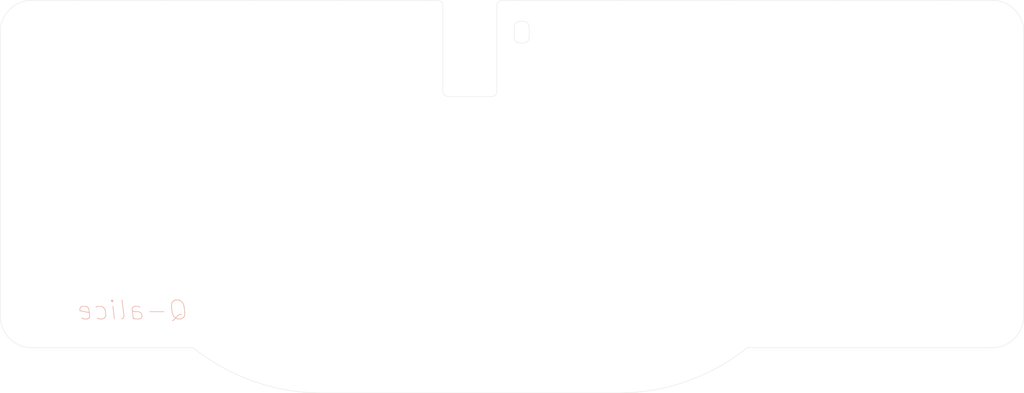
<source format=kicad_pcb>
(kicad_pcb (version 20221018) (generator pcbnew)
  (layers (0 "F.Cu" signal) (31 "B.Cu" signal) (34 "B.Paste" user) (35 "F.Paste" user) (36 "B.SilkS" user "B.Silkscreen") (37 "F.SilkS" user "F.Silkscreen") (38 "B.Mask" user) (39 "F.Mask" user) (44 "Edge.Cuts" user))
  (net 0 "")
  (footprint "kbd_Hole:m2_Screw_Hole" (layer "F.Cu") (at -28.575 140.49375)
    (fp_text reference "Ref**")
    (fp_text value "Val**")
    (pad "" np_thru_hole circle (at 0 0) (size 2.2 2.2) (drill 2.2) (layers "*.Cu" "*.Mask"))
  )
  (footprint "kbd_Hole:m2_Screw_Hole" (layer "F.Cu") (at -28.575 26.19375)
    (fp_text reference "Ref**")
    (fp_text value "Val**")
    (pad "" np_thru_hole circle (at 0 0) (size 2.2 2.2) (drill 2.2) (layers "*.Cu" "*.Mask"))
  )
  (footprint "kbd_Hole:m2_Screw_Hole" (layer "F.Cu") (at 178.59375 26.19375)
    (fp_text reference "Ref**")
    (fp_text value "Val**")
    (pad "" np_thru_hole circle (at 0 0) (size 2.2 2.2) (drill 2.2) (layers "*.Cu" "*.Mask"))
  )
  (footprint "kbd_Hole:m2_Screw_Hole" (layer "F.Cu") (at 97.63125 26.19375)
    (fp_text reference "Ref**")
    (fp_text value "Val**")
    (pad "" np_thru_hole circle (at 0 0) (size 2.2 2.2) (drill 2.2) (layers "*.Cu" "*.Mask"))
  )
  (footprint "kbd_Hole:m2_Screw_Hole" (layer "F.Cu") (at 97.63125 157.1625)
    (fp_text reference "Ref**")
    (fp_text value "Val**")
    (pad "" np_thru_hole circle (at 0 0) (size 2.2 2.2) (drill 2.2) (layers "*.Cu" "*.Mask"))
  )
  (footprint "kbd_Hole:m2_Screw_Hole" (layer "F.Cu") (at 333.375 50.00625)
    (fp_text reference "Ref**")
    (fp_text value "Val**")
    (pad "" np_thru_hole circle (at 0 0) (size 2.2 2.2) (drill 2.2) (layers "*.Cu" "*.Mask"))
  )
  (footprint "kbd_Hole:m2_Screw_Hole" (layer "F.Cu") (at 333.375 26.19375)
    (fp_text reference "Ref**")
    (fp_text value "Val**")
    (pad "" np_thru_hole circle (at 0 0) (size 2.2 2.2) (drill 2.2) (layers "*.Cu" "*.Mask"))
  )
  (footprint "kbd_Hole:m2_Screw_Hole" (layer "F.Cu") (at 178.59375 157.1625)
    (fp_text reference "Ref**")
    (fp_text value "Val**")
    (pad "" np_thru_hole circle (at 0 0) (size 2.2 2.2) (drill 2.2) (layers "*.Cu" "*.Mask"))
  )
  (footprint "kbd_Hole:m2_Screw_Hole" (layer "F.Cu") (at -28.575 50.00625)
    (fp_text reference "Ref**")
    (fp_text value "Val**")
    (pad "" np_thru_hole circle (at 0 0) (size 2.2 2.2) (drill 2.2) (layers "*.Cu" "*.Mask"))
  )
  (footprint "kbd_Hole:m2_Screw_Hole" (layer "F.Cu") (at 333.375 140.49375)
    (fp_text reference "Ref**")
    (fp_text value "Val**")
    (pad "" np_thru_hole circle (at 0 0) (size 2.2 2.2) (drill 2.2) (layers "*.Cu" "*.Mask"))
  )
  (gr_arc (start 156.9 27.2) (mid 158.314214 27.785786) (end 158.9 29.2) (stroke (width 0.1)) (layer "Edge.Cuts"))
  (gr_line (start 155.4 35.2) (end 156.9 35.2) (stroke (width 0.1)) (layer "Edge.Cuts"))
  (gr_line (start -36.72355 31.24995) (end -36.72355 136.02495) (stroke (width 0.1)) (layer "Edge.Cuts"))
  (gr_arc (start 147 53) (mid 146.414214 54.414214) (end 145 55) (stroke (width 0.1)) (layer "Edge.Cuts"))
  (gr_line (start 329.98895 147.9312) (end 239.501449 147.9312) (stroke (width 0.1)) (layer "Edge.Cuts"))
  (gr_arc (start -24.8173 147.9312) (mid -33.23629 144.44394) (end -36.72355 136.02495) (stroke (width 0.1)) (layer "Edge.Cuts"))
  (gr_arc (start 341.8952 136.02495) (mid 338.40794 144.44394) (end 329.98895 147.9312) (stroke (width 0.1)) (layer "Edge.Cuts"))
  (gr_arc (start 239.501449 147.9312) (mid 217.111491 160.339529) (end 191.87645 164.637147) (stroke (width 0.1)) (layer "Edge.Cuts"))
  (gr_arc (start 147 21.4) (mid 147.585786 19.985787) (end 148.999999 19.4) (stroke (width 0.1)) (layer "Edge.Cuts"))
  (gr_arc (start 125.000001 19.4) (mid 126.414214 19.985787) (end 127 21.4) (stroke (width 0.1)) (layer "Edge.Cuts"))
  (gr_line (start 127 21.4) (end 127 53) (stroke (width 0.1)) (layer "Edge.Cuts"))
  (gr_arc (start 158.9 33.2) (mid 158.314214 34.614214) (end 156.9 35.2) (stroke (width 0.1)) (layer "Edge.Cuts"))
  (gr_line (start 156.9 27.2) (end 155.4 27.2) (stroke (width 0.1)) (layer "Edge.Cuts"))
  (gr_line (start 147 21.4) (end 147 53) (stroke (width 0.1)) (layer "Edge.Cuts"))
  (gr_line (start 191.87645 164.637147) (end 82.33895 164.637147) (stroke (width 0.1)) (layer "Edge.Cuts"))
  (gr_line (start 145 55) (end 129 55) (stroke (width 0.1)) (layer "Edge.Cuts"))
  (gr_arc (start 153.4 29.2) (mid 153.985786 27.785786) (end 155.4 27.2) (stroke (width 0.1)) (layer "Edge.Cuts"))
  (gr_arc (start 329.98895 19.3437) (mid 338.40794 22.83096) (end 341.8952 31.24995) (stroke (width 0.1)) (layer "Edge.Cuts"))
  (gr_line (start 148.999999 19.4) (end 329.98895 19.3437) (stroke (width 0.1)) (layer "Edge.Cuts"))
  (gr_arc (start -36.72355 31.24995) (mid -33.23629 22.83096) (end -24.8173 19.3437) (stroke (width 0.1)) (layer "Edge.Cuts"))
  (gr_line (start 158.9 33.2) (end 158.9 29.2) (stroke (width 0.1)) (layer "Edge.Cuts"))
  (gr_line (start 153.4 29.2) (end 153.4 33.2) (stroke (width 0.1)) (layer "Edge.Cuts"))
  (gr_arc (start 82.33895 164.637147) (mid 57.103909 160.339528) (end 34.713951 147.9312) (stroke (width 0.1)) (layer "Edge.Cuts"))
  (gr_line (start 34.713951 147.9312) (end -24.8173 147.9312) (stroke (width 0.1)) (layer "Edge.Cuts"))
  (gr_line (start 125.000001 19.4) (end -24.8173 19.3437) (stroke (width 0.1)) (layer "Edge.Cuts"))
  (gr_line (start 341.8952 136.02495) (end 341.8952 31.24995) (stroke (width 0.1)) (layer "Edge.Cuts"))
  (gr_arc (start 155.4 35.2) (mid 153.985786 34.614214) (end 153.4 33.2) (stroke (width 0.1)) (layer "Edge.Cuts"))
  (gr_arc (start 129 55) (mid 127.585786 54.414214) (end 127 53) (stroke (width 0.1)) (layer "Edge.Cuts"))
  (gr_text "Q-alice" (at 33.3375 138.1125) (layer "B.SilkS") (effects (font (size 7 7) (thickness 0.25) italic) (justify left bottom mirror)))
)
</source>
